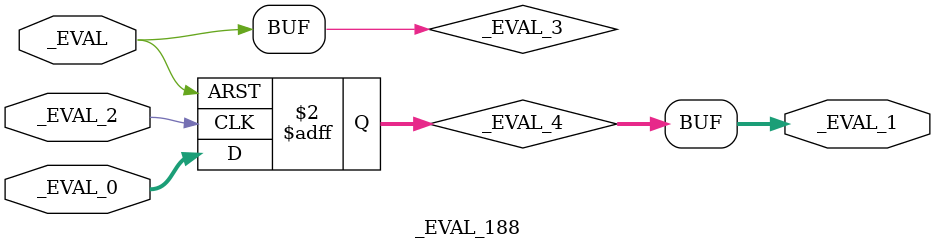
<source format=v>
module _EVAL_188(
  input        _EVAL,
  input  [1:0] _EVAL_0,
  output [1:0] _EVAL_1,
  input        _EVAL_2
);
`ifdef RANDOMIZE_REG_INIT
  reg [31:0] _RAND_0;
`endif // RANDOMIZE_REG_INIT
  wire  _EVAL_3;
  reg [1:0] _EVAL_4;
  assign _EVAL_1 = _EVAL_4;
  assign _EVAL_3 = _EVAL;
  always @(posedge _EVAL_2 or posedge _EVAL_3) begin
    if (_EVAL_3) begin
      _EVAL_4 <= 2'h0;
    end else begin
      _EVAL_4 <= _EVAL_0;
    end
  end
// Register and memory initialization
`ifdef RANDOMIZE_GARBAGE_ASSIGN
`define RANDOMIZE
`endif
`ifdef RANDOMIZE_INVALID_ASSIGN
`define RANDOMIZE
`endif
`ifdef RANDOMIZE_REG_INIT
`define RANDOMIZE
`endif
`ifdef RANDOMIZE_MEM_INIT
`define RANDOMIZE
`endif
`ifndef RANDOM
`define RANDOM $random
`endif
`ifdef RANDOMIZE_MEM_INIT
  integer initvar;
`endif
`ifndef SYNTHESIS
`ifdef FIRRTL_BEFORE_INITIAL
`FIRRTL_BEFORE_INITIAL
`endif
initial begin
  `ifdef RANDOMIZE
    `ifdef INIT_RANDOM
      `INIT_RANDOM
    `endif
    `ifndef VERILATOR
      `ifdef RANDOMIZE_DELAY
        #`RANDOMIZE_DELAY begin end
      `else
        #0.002 begin end
      `endif
    `endif
`ifdef RANDOMIZE_REG_INIT
  _RAND_0 = {1{`RANDOM}};
  _EVAL_4 = _RAND_0[1:0];
`endif // RANDOMIZE_REG_INIT
  if (_EVAL_3) begin
    _EVAL_4 = 2'h0;
  end
  `endif // RANDOMIZE
end // initial
`ifdef FIRRTL_AFTER_INITIAL
`FIRRTL_AFTER_INITIAL
`endif
`endif // SYNTHESIS
endmodule

</source>
